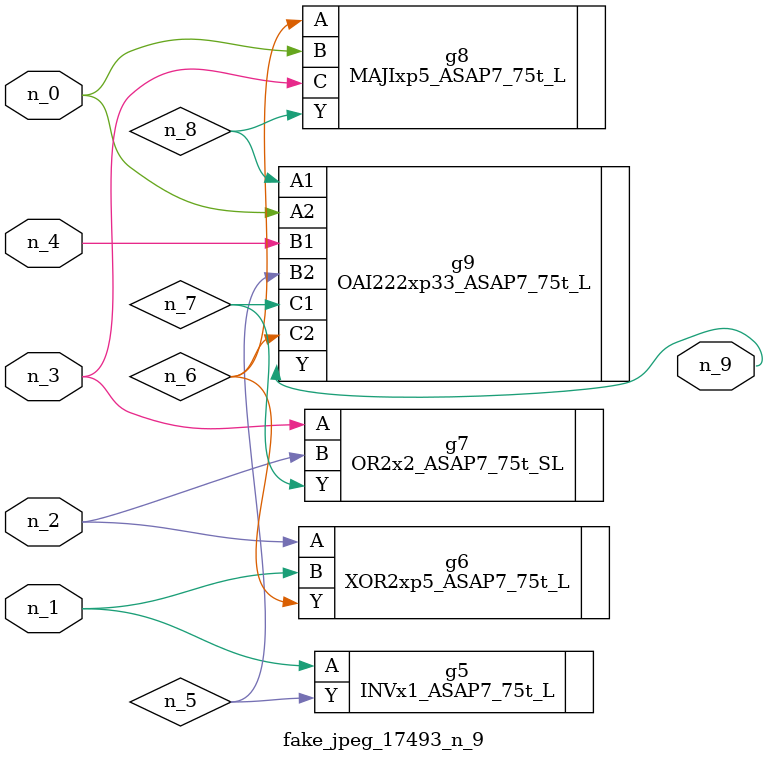
<source format=v>
module fake_jpeg_17493_n_9 (n_3, n_2, n_1, n_0, n_4, n_9);

input n_3;
input n_2;
input n_1;
input n_0;
input n_4;

output n_9;

wire n_8;
wire n_6;
wire n_5;
wire n_7;

INVx1_ASAP7_75t_L g5 ( 
.A(n_1),
.Y(n_5)
);

XOR2xp5_ASAP7_75t_L g6 ( 
.A(n_2),
.B(n_1),
.Y(n_6)
);

OR2x2_ASAP7_75t_SL g7 ( 
.A(n_3),
.B(n_2),
.Y(n_7)
);

MAJIxp5_ASAP7_75t_L g8 ( 
.A(n_6),
.B(n_0),
.C(n_3),
.Y(n_8)
);

OAI222xp33_ASAP7_75t_L g9 ( 
.A1(n_8),
.A2(n_0),
.B1(n_4),
.B2(n_5),
.C1(n_7),
.C2(n_6),
.Y(n_9)
);


endmodule
</source>
